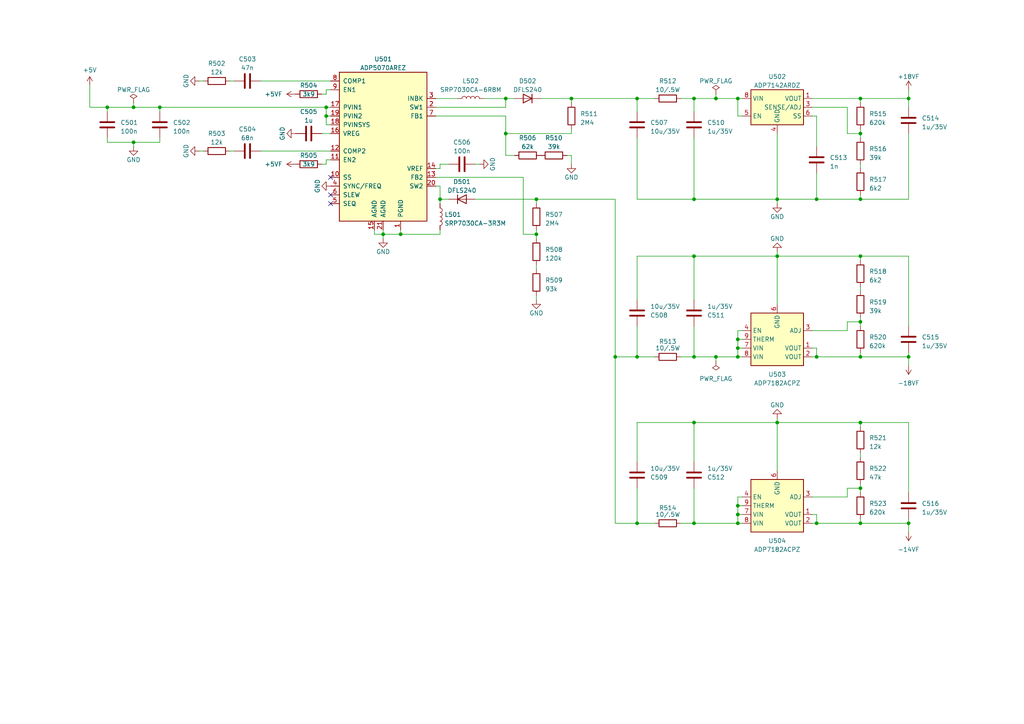
<source format=kicad_sch>
(kicad_sch (version 20230121) (generator eeschema)
  (paper "A4")
  (lib_symbols
    (symbol "Device:C" (pin_numbers hide) (pin_names (offset 0.254))
      (property "Reference" "C" (at 0.635 2.54 0))
      (property "Value" "C" (at 0.635 -2.54 0))
      (symbol "C_0_1"
        (polyline (pts (xy -2.032 -0.762) (xy 2.032 -0.762)) (stroke (width 0.508)))
        (polyline (pts (xy -2.032 0.762) (xy 2.032 0.762)) (stroke (width 0.508)))
      )
      (symbol "C_1_1"
        (pin passive line (at 0 3.81 270) (length 2.794) (name "~") (number "1"))
        (pin passive line (at 0 -3.81 90) (length 2.794) (name "~") (number "2"))
      )
    )
    (symbol "Device:D" (pin_numbers hide) (pin_names (offset 1.016) hide)
      (property "Reference" "D" (at 0 2.54 0))
      (property "Value" "D" (at 0 -2.54 0))
      (symbol "D_0_1"
        (polyline (pts (xy -1.27 1.27) (xy -1.27 -1.27)) (stroke (width 0.254)))
        (polyline (pts (xy 1.27 0) (xy -1.27 0)))
        (polyline (pts (xy 1.27 1.27) (xy 1.27 -1.27) (xy -1.27 0) (xy 1.27 1.27)) (stroke (width 0.254)))
      )
      (symbol "D_1_1"
        (pin passive line (at -3.81 0 0) (length 2.54) (name "K") (number "1"))
        (pin passive line (at 3.81 0 180) (length 2.54) (name "A") (number "2"))
      )
    )
    (symbol "Device:L" (pin_numbers hide) (pin_names (offset 1.016) hide)
      (property "Reference" "L" (at -1.27 0 90))
      (property "Value" "L" (at 1.905 0 90))
      (symbol "L_0_1"
        (arc (start 0 -2.54) (mid 0.6323 -1.905) (end 0 -1.27))
        (arc (start 0 -1.27) (mid 0.6323 -0.635) (end 0 0))
        (arc (start 0 0) (mid 0.6323 0.635) (end 0 1.27))
        (arc (start 0 1.27) (mid 0.6323 1.905) (end 0 2.54))
      )
      (symbol "L_1_1"
        (pin passive line (at 0 3.81 270) (length 1.27) (name "1") (number "1"))
        (pin passive line (at 0 -3.81 90) (length 1.27) (name "2") (number "2"))
      )
    )
    (symbol "Device:R" (pin_numbers hide) (pin_names (offset 0))
      (property "Reference" "R" (at 2.032 0 90))
      (property "Value" "R" (at 0 0 90))
      (symbol "R_0_1"
        (rectangle (start -1.016 -2.54) (end 1.016 2.54) (stroke (width 0.254)))
      )
      (symbol "R_1_1"
        (pin passive line (at 0 3.81 270) (length 1.27) (name "~") (number "1"))
        (pin passive line (at 0 -3.81 90) (length 1.27) (name "~") (number "2"))
      )
    )
    (symbol "ETH1CDMM2:+18VF" (power) (pin_names (offset 0))
      (property "Value" "+18VF" (at 0 3.556 0))
      (symbol "+18VF_0_1"
        (polyline (pts (xy -0.762 1.27) (xy 0 2.54)))
        (polyline (pts (xy 0 0) (xy 0 2.54)))
        (polyline (pts (xy 0 2.54) (xy 0.762 1.27)))
      )
      (symbol "+18VF_1_1"
        (pin power_in line (at 0 0 90) (length 0) hide (name "+18VF") (number "1"))
      )
    )
    (symbol "ETH1CDMM2:+5VF" (power) (pin_names (offset 0))
      (property "Value" "+5VF" (at 0 3.556 0))
      (symbol "+5VF_0_1"
        (polyline (pts (xy -0.762 1.27) (xy 0 2.54)))
        (polyline (pts (xy 0 0) (xy 0 2.54)))
        (polyline (pts (xy 0 2.54) (xy 0.762 1.27)))
      )
      (symbol "+5VF_1_1"
        (pin power_in line (at 0 0 90) (length 0) hide (name "+5VF") (number "1"))
      )
    )
    (symbol "ETH1CDMM2:-14VF" (power) (pin_names (offset 0))
      (property "Value" "-14VF" (at 0 3.556 0))
      (symbol "-14VF_0_1"
        (polyline (pts (xy -0.762 1.27) (xy 0 2.54)))
        (polyline (pts (xy 0 0) (xy 0 2.54)))
        (polyline (pts (xy 0 2.54) (xy 0.762 1.27)))
      )
      (symbol "-14VF_1_1"
        (pin power_in line (at 0 0 90) (length 0) hide (name "-14VF") (number "1"))
      )
    )
    (symbol "ETH1CDMM2:-18VF" (power) (pin_names (offset 0))
      (property "Value" "-18VF" (at 0 3.556 0))
      (symbol "-18VF_0_1"
        (polyline (pts (xy -0.762 1.27) (xy 0 2.54)))
        (polyline (pts (xy 0 0) (xy 0 2.54)))
        (polyline (pts (xy 0 2.54) (xy 0.762 1.27)))
      )
      (symbol "-18VF_1_1"
        (pin power_in line (at 0 0 90) (length 0) hide (name "-18VF") (number "1"))
      )
    )
    (symbol "ETH1CDMM2:ADP7182ACPZ"
      (property "Reference" "U" (at 0 -8.89 0))
      (property "Value" "ADP7182ACPZ" (at 0 -11.43 0))
      (symbol "ADP7182ACPZ_0_1"
        (rectangle (start -7.62 7.62) (end 7.62 -7.62) (stroke (width 0.254)) (fill (type background)))
      )
      (symbol "ADP7182ACPZ_1_1"
        (pin passive line (at 10.16 -2.54 180) (length 2.54) (name "VOUT") (number "1"))
        (pin power_out line (at 10.16 -5.08 180) (length 2.54) (name "VOUT") (number "2"))
        (pin input line (at 10.16 2.54 180) (length 2.54) (name "ADJ") (number "3"))
        (pin input line (at -10.16 2.54 0) (length 2.54) (name "EN") (number "4"))
        (pin no_connect line (at 3.81 10.16 270) (length 2.54) hide (name "NC") (number "5"))
        (pin power_in line (at 0 10.16 270) (length 2.54) (name "GND") (number "6"))
        (pin power_in line (at -10.16 -2.54 0) (length 2.54) (name "VIN") (number "7"))
        (pin power_in line (at -10.16 -5.08 0) (length 2.54) (name "VIN") (number "8"))
        (pin power_in line (at -10.16 0 0) (length 2.54) (name "THERM") (number "9"))
        (pin power_in line (at -10.16 -5.08 0) (length 2.54) hide (name "THRM") (number "9"))
      )
    )
    (symbol "Regulator_Linear:ADP7142ARDZ"
      (property "Reference" "U" (at 0 8.89 0))
      (property "Value" "ADP7142ARDZ" (at 0 6.35 0))
      (symbol "ADP7142ARDZ_0_1"
        (rectangle (start -7.62 5.08) (end 7.62 -5.08) (stroke (width 0.254)) (fill (type background)))
      )
      (symbol "ADP7142ARDZ_1_1"
        (pin power_out line (at 10.16 2.54 180) (length 2.54) (name "VOUT") (number "1"))
        (pin passive line (at 10.16 2.54 180) (length 2.54) hide (name "VOUT") (number "2"))
        (pin input line (at 10.16 0 180) (length 2.54) (name "SENSE/ADJ") (number "3"))
        (pin power_in line (at 0 -7.62 90) (length 2.54) (name "GND") (number "4"))
        (pin input line (at -10.16 -2.54 0) (length 2.54) (name "EN") (number "5"))
        (pin passive line (at 10.16 -2.54 180) (length 2.54) (name "SS") (number "6"))
        (pin passive line (at -10.16 2.54 0) (length 2.54) hide (name "VIN") (number "7"))
        (pin power_in line (at -10.16 2.54 0) (length 2.54) (name "VIN") (number "8"))
        (pin passive line (at 0 -7.62 90) (length 2.54) hide (name "GND") (number "9"))
      )
    )
    (symbol "Regulator_Switching:ADP5070AREZ" (pin_names (offset 1.016))
      (property "Reference" "U" (at -12.7 24.13 0))
      (property "Value" "ADP5070AREZ" (at 12.7 24.13 0))
      (symbol "ADP5070AREZ_0_1"
        (rectangle (start -12.7 22.86) (end 12.7 -20.32) (stroke (width 0.254)) (fill (type background)))
      )
      (symbol "ADP5070AREZ_1_1"
        (pin power_in line (at 5.08 -22.86 90) (length 2.54) (name "PGND") (number "1"))
        (pin passive line (at -15.24 -7.62 0) (length 2.54) (name "SS") (number "10"))
        (pin input line (at -15.24 -2.54 0) (length 2.54) (name "EN2") (number "11"))
        (pin passive line (at -15.24 0 0) (length 2.54) (name "COMP2") (number "12"))
        (pin input line (at 15.24 -7.62 180) (length 2.54) (name "FB2") (number "13"))
        (pin output line (at 15.24 -5.08 180) (length 2.54) (name "VREF") (number "14"))
        (pin power_in line (at -2.54 -22.86 90) (length 2.54) (name "AGND") (number "15"))
        (pin output line (at -15.24 5.08 0) (length 2.54) (name "VREG") (number "16"))
        (pin power_in line (at -15.24 12.7 0) (length 2.54) (name "PVIN1") (number "17"))
        (pin power_in line (at -15.24 7.62 0) (length 2.54) (name "PVINSYS") (number "18"))
        (pin power_in line (at -15.24 10.16 0) (length 2.54) (name "PVIN2") (number "19"))
        (pin power_out line (at 15.24 12.7 180) (length 2.54) (name "SW1") (number "2"))
        (pin power_out line (at 15.24 -10.16 180) (length 2.54) (name "SW2") (number "20"))
        (pin power_in line (at 0 -22.86 90) (length 2.54) (name "AGND") (number "21"))
        (pin power_out line (at 15.24 15.24 180) (length 2.54) (name "INBK") (number "3"))
        (pin input line (at -15.24 -10.16 0) (length 2.54) (name "SYNC/FREQ") (number "4"))
        (pin input line (at -15.24 -15.24 0) (length 2.54) (name "SEQ") (number "5"))
        (pin input line (at -15.24 -12.7 0) (length 2.54) (name "SLEW") (number "6"))
        (pin input line (at 15.24 10.16 180) (length 2.54) (name "FB1") (number "7"))
        (pin passive line (at -15.24 20.32 0) (length 2.54) (name "COMP1") (number "8"))
        (pin input line (at -15.24 17.78 0) (length 2.54) (name "EN1") (number "9"))
      )
    )
    (symbol "power:+5V" (power) (pin_names (offset 0))
      (property "Value" "+5V" (at 0 3.556 0))
      (symbol "+5V_0_1"
        (polyline (pts (xy -0.762 1.27) (xy 0 2.54)))
        (polyline (pts (xy 0 0) (xy 0 2.54)))
        (polyline (pts (xy 0 2.54) (xy 0.762 1.27)))
      )
      (symbol "+5V_1_1"
        (pin power_in line (at 0 0 90) (length 0) hide (name "+5V") (number "1"))
      )
    )
    (symbol "power:GND" (power) (pin_names (offset 0))
      (property "Value" "GND" (at 0 -3.81 0))
      (symbol "GND_0_1"
        (polyline (pts (xy 0 0) (xy 0 -1.27) (xy 1.27 -1.27) (xy 0 -2.54) (xy -1.27 -1.27) (xy 0 -1.27)))
      )
      (symbol "GND_1_1"
        (pin power_in line (at 0 0 270) (length 0) hide (name "GND") (number "1"))
      )
    )
    (symbol "power:PWR_FLAG" (power) (pin_numbers hide) (pin_names (offset 0) hide)
      (property "Value" "PWR_FLAG" (at 0 3.81 0))
      (symbol "PWR_FLAG_0_0"
        (pin power_out line (at 0 0 90) (length 0) (name "pwr") (number "1"))
      )
      (symbol "PWR_FLAG_0_1"
        (polyline (pts (xy 0 0) (xy 0 1.27) (xy -1.016 1.905) (xy 0 2.54) (xy 1.016 1.905) (xy 0 1.27)))
      )
    )
  )
  (junction (at 213.995 149.225))
  (junction (at 207.645 103.505))
  (junction (at 184.785 28.575))
  (junction (at 127.635 57.785))
  (junction (at 116.205 67.945))
  (junction (at 263.525 151.765))
  (junction (at 46.355 31.115))
  (junction (at 249.555 122.555))
  (junction (at 225.425 57.785))
  (junction (at 201.295 74.295))
  (junction (at 249.555 103.505))
  (junction (at 249.555 141.605))
  (junction (at 178.435 103.505))
  (junction (at 225.425 74.295))
  (junction (at 165.735 28.575))
  (junction (at 146.685 28.575))
  (junction (at 146.685 38.735))
  (junction (at 155.575 57.785))
  (junction (at 94.615 33.655))
  (junction (at 155.575 67.945))
  (junction (at 201.295 103.505))
  (junction (at 263.525 103.505))
  (junction (at 213.995 100.965))
  (junction (at 38.735 41.275))
  (junction (at 249.555 151.765))
  (junction (at 249.555 28.575))
  (junction (at 31.115 31.115))
  (junction (at 236.855 57.785))
  (junction (at 184.785 103.505))
  (junction (at 213.995 103.505))
  (junction (at 225.425 122.555))
  (junction (at 213.995 28.575))
  (junction (at 111.125 67.945))
  (junction (at 213.995 151.765))
  (junction (at 201.295 151.765))
  (junction (at 201.295 57.785))
  (junction (at 236.855 103.505))
  (junction (at 213.995 98.425))
  (junction (at 38.735 31.115))
  (junction (at 94.615 31.115))
  (junction (at 213.995 146.685))
  (junction (at 249.555 93.345))
  (junction (at 207.645 28.575))
  (junction (at 201.295 122.555))
  (junction (at 184.785 151.765))
  (junction (at 201.295 28.575))
  (junction (at 249.555 38.735))
  (junction (at 263.525 28.575))
  (junction (at 236.855 151.765))
  (junction (at 249.555 57.785))
  (junction (at 249.555 74.295))
  (no_connect (at 95.885 56.515))
  (no_connect (at 95.885 51.435))
  (no_connect (at 95.885 59.055))
  (wire (pts (xy 235.585 31.115) (xy 245.745 31.115)))
  (wire (pts (xy 184.785 103.505) (xy 184.785 94.615)))
  (wire (pts (xy 249.555 38.735) (xy 249.555 40.005)))
  (wire (pts (xy 235.585 151.765) (xy 236.855 151.765)))
  (wire (pts (xy 263.525 74.295) (xy 249.555 74.295)))
  (wire (pts (xy 95.885 36.195) (xy 94.615 36.195)))
  (wire (pts (xy 263.525 28.575) (xy 263.525 31.115)))
  (wire (pts (xy 127.635 59.055) (xy 127.635 57.785)))
  (wire (pts (xy 201.295 141.605) (xy 201.295 151.765)))
  (wire (pts (xy 197.485 103.505) (xy 201.295 103.505)))
  (wire (pts (xy 225.425 38.735) (xy 225.425 57.785)))
  (wire (pts (xy 201.295 40.005) (xy 201.295 57.785)))
  (wire (pts (xy 108.585 66.675) (xy 108.585 67.945)))
  (wire (pts (xy 155.575 66.675) (xy 155.575 67.945)))
  (wire (pts (xy 93.345 38.735) (xy 95.885 38.735)))
  (wire (pts (xy 249.555 56.515) (xy 249.555 57.785)))
  (wire (pts (xy 178.435 103.505) (xy 178.435 57.785)))
  (wire (pts (xy 75.565 23.495) (xy 95.885 23.495)))
  (wire (pts (xy 184.785 28.575) (xy 184.785 32.385)))
  (wire (pts (xy 197.485 28.575) (xy 201.295 28.575)))
  (wire (pts (xy 236.855 57.785) (xy 249.555 57.785)))
  (wire (pts (xy 236.855 42.545) (xy 236.855 33.655)))
  (wire (pts (xy 108.585 67.945) (xy 111.125 67.945)))
  (wire (pts (xy 126.365 31.115) (xy 146.685 31.115)))
  (wire (pts (xy 95.885 33.655) (xy 94.615 33.655)))
  (wire (pts (xy 249.555 28.575) (xy 263.525 28.575)))
  (wire (pts (xy 213.995 100.965) (xy 215.265 100.965)))
  (wire (pts (xy 178.435 151.765) (xy 178.435 103.505)))
  (wire (pts (xy 151.765 67.945) (xy 155.575 67.945)))
  (wire (pts (xy 164.465 45.085) (xy 165.735 45.085)))
  (wire (pts (xy 249.555 141.605) (xy 249.555 142.875)))
  (wire (pts (xy 146.685 28.575) (xy 146.685 31.115)))
  (wire (pts (xy 201.295 28.575) (xy 207.645 28.575)))
  (wire (pts (xy 249.555 103.505) (xy 263.525 103.505)))
  (wire (pts (xy 189.865 151.765) (xy 184.785 151.765)))
  (wire (pts (xy 245.745 31.115) (xy 245.745 38.735)))
  (wire (pts (xy 263.525 151.765) (xy 263.525 150.495)))
  (wire (pts (xy 155.575 76.835) (xy 155.575 78.105)))
  (wire (pts (xy 165.735 29.845) (xy 165.735 28.575)))
  (wire (pts (xy 116.205 67.945) (xy 127.635 67.945)))
  (wire (pts (xy 263.525 26.035) (xy 263.525 28.575)))
  (wire (pts (xy 94.615 36.195) (xy 94.615 33.655)))
  (wire (pts (xy 189.865 103.505) (xy 184.785 103.505)))
  (wire (pts (xy 93.345 47.625) (xy 94.615 47.625)))
  (wire (pts (xy 263.525 151.765) (xy 263.525 154.305)))
  (wire (pts (xy 249.555 75.565) (xy 249.555 74.295)))
  (wire (pts (xy 201.295 103.505) (xy 207.645 103.505)))
  (wire (pts (xy 249.555 57.785) (xy 263.525 57.785)))
  (wire (pts (xy 46.355 40.005) (xy 46.355 41.275)))
  (wire (pts (xy 201.295 94.615) (xy 201.295 103.505)))
  (wire (pts (xy 249.555 93.345) (xy 249.555 94.615)))
  (wire (pts (xy 57.785 23.495) (xy 59.055 23.495)))
  (wire (pts (xy 201.295 133.985) (xy 201.295 122.555)))
  (wire (pts (xy 249.555 83.185) (xy 249.555 84.455)))
  (wire (pts (xy 140.335 28.575) (xy 146.685 28.575)))
  (wire (pts (xy 111.125 66.675) (xy 111.125 67.945)))
  (wire (pts (xy 213.995 98.425) (xy 215.265 98.425)))
  (wire (pts (xy 225.425 57.785) (xy 236.855 57.785)))
  (wire (pts (xy 155.575 57.785) (xy 155.575 59.055)))
  (wire (pts (xy 249.555 29.845) (xy 249.555 28.575)))
  (wire (pts (xy 46.355 31.115) (xy 94.615 31.115)))
  (wire (pts (xy 201.295 151.765) (xy 213.995 151.765)))
  (wire (pts (xy 235.585 100.965) (xy 236.855 100.965)))
  (wire (pts (xy 146.685 33.655) (xy 146.685 38.735)))
  (wire (pts (xy 245.745 141.605) (xy 249.555 141.605)))
  (wire (pts (xy 213.995 146.685) (xy 215.265 146.685)))
  (wire (pts (xy 213.995 149.225) (xy 215.265 149.225)))
  (wire (pts (xy 236.855 151.765) (xy 236.855 149.225)))
  (wire (pts (xy 249.555 140.335) (xy 249.555 141.605)))
  (wire (pts (xy 146.685 28.575) (xy 149.225 28.575)))
  (wire (pts (xy 213.995 95.885) (xy 215.265 95.885)))
  (wire (pts (xy 38.735 41.275) (xy 46.355 41.275)))
  (wire (pts (xy 31.115 31.115) (xy 38.735 31.115)))
  (wire (pts (xy 184.785 151.765) (xy 178.435 151.765)))
  (wire (pts (xy 146.685 45.085) (xy 146.685 38.735)))
  (wire (pts (xy 207.645 28.575) (xy 213.995 28.575)))
  (wire (pts (xy 213.995 33.655) (xy 213.995 28.575)))
  (wire (pts (xy 213.995 149.225) (xy 213.995 146.685)))
  (wire (pts (xy 94.615 27.305) (xy 94.615 26.035)))
  (wire (pts (xy 225.425 74.295) (xy 249.555 74.295)))
  (wire (pts (xy 213.995 151.765) (xy 213.995 149.225)))
  (wire (pts (xy 155.575 85.725) (xy 155.575 86.995)))
  (wire (pts (xy 127.635 67.945) (xy 127.635 66.675)))
  (wire (pts (xy 116.205 67.945) (xy 116.205 66.675)))
  (wire (pts (xy 249.555 47.625) (xy 249.555 48.895)))
  (wire (pts (xy 249.555 131.445) (xy 249.555 132.715)))
  (wire (pts (xy 137.795 57.785) (xy 155.575 57.785)))
  (wire (pts (xy 26.035 31.115) (xy 31.115 31.115)))
  (wire (pts (xy 111.125 67.945) (xy 111.125 69.215)))
  (wire (pts (xy 197.485 151.765) (xy 201.295 151.765)))
  (wire (pts (xy 66.675 43.815) (xy 67.945 43.815)))
  (wire (pts (xy 236.855 151.765) (xy 249.555 151.765)))
  (wire (pts (xy 245.745 144.145) (xy 245.745 141.605)))
  (wire (pts (xy 184.785 74.295) (xy 201.295 74.295)))
  (wire (pts (xy 189.865 28.575) (xy 184.785 28.575)))
  (wire (pts (xy 235.585 28.575) (xy 249.555 28.575)))
  (wire (pts (xy 38.735 31.115) (xy 46.355 31.115)))
  (wire (pts (xy 213.995 28.575) (xy 215.265 28.575)))
  (wire (pts (xy 31.115 41.275) (xy 38.735 41.275)))
  (wire (pts (xy 235.585 95.885) (xy 245.745 95.885)))
  (wire (pts (xy 155.575 67.945) (xy 155.575 69.215)))
  (wire (pts (xy 127.635 53.975) (xy 126.365 53.975)))
  (wire (pts (xy 46.355 31.115) (xy 46.355 32.385)))
  (wire (pts (xy 178.435 57.785) (xy 155.575 57.785)))
  (wire (pts (xy 127.635 48.895) (xy 127.635 47.625)))
  (wire (pts (xy 184.785 57.785) (xy 184.785 40.005)))
  (wire (pts (xy 249.555 151.765) (xy 263.525 151.765)))
  (wire (pts (xy 235.585 103.505) (xy 236.855 103.505)))
  (wire (pts (xy 126.365 28.575) (xy 132.715 28.575)))
  (wire (pts (xy 213.995 100.965) (xy 213.995 98.425)))
  (wire (pts (xy 215.265 151.765) (xy 213.995 151.765)))
  (wire (pts (xy 126.365 51.435) (xy 151.765 51.435)))
  (wire (pts (xy 94.615 31.115) (xy 95.885 31.115)))
  (wire (pts (xy 126.365 33.655) (xy 146.685 33.655)))
  (wire (pts (xy 245.745 38.735) (xy 249.555 38.735)))
  (wire (pts (xy 225.425 121.285) (xy 225.425 122.555)))
  (wire (pts (xy 215.265 33.655) (xy 213.995 33.655)))
  (wire (pts (xy 178.435 103.505) (xy 184.785 103.505)))
  (wire (pts (xy 93.345 27.305) (xy 94.615 27.305)))
  (wire (pts (xy 249.555 38.735) (xy 249.555 37.465)))
  (wire (pts (xy 213.995 98.425) (xy 213.995 95.885)))
  (wire (pts (xy 26.035 31.115) (xy 26.035 24.765)))
  (wire (pts (xy 235.585 144.145) (xy 245.745 144.145)))
  (wire (pts (xy 75.565 43.815) (xy 95.885 43.815)))
  (wire (pts (xy 127.635 57.785) (xy 127.635 53.975)))
  (wire (pts (xy 245.745 93.345) (xy 249.555 93.345)))
  (wire (pts (xy 207.645 103.505) (xy 207.645 104.775)))
  (wire (pts (xy 137.795 47.625) (xy 139.065 47.625)))
  (wire (pts (xy 127.635 57.785) (xy 130.175 57.785)))
  (wire (pts (xy 249.555 103.505) (xy 249.555 102.235)))
  (wire (pts (xy 31.115 31.115) (xy 31.115 32.385)))
  (wire (pts (xy 38.735 29.845) (xy 38.735 31.115)))
  (wire (pts (xy 263.525 57.785) (xy 263.525 38.735)))
  (wire (pts (xy 263.525 94.615) (xy 263.525 74.295)))
  (wire (pts (xy 126.365 48.895) (xy 127.635 48.895)))
  (wire (pts (xy 213.995 103.505) (xy 213.995 100.965)))
  (wire (pts (xy 165.735 28.575) (xy 184.785 28.575)))
  (wire (pts (xy 149.225 45.085) (xy 146.685 45.085)))
  (wire (pts (xy 225.425 73.025) (xy 225.425 74.295)))
  (wire (pts (xy 184.785 122.555) (xy 184.785 133.985)))
  (wire (pts (xy 213.995 146.685) (xy 213.995 144.145)))
  (wire (pts (xy 249.555 123.825) (xy 249.555 122.555)))
  (wire (pts (xy 156.845 28.575) (xy 165.735 28.575)))
  (wire (pts (xy 201.295 86.995) (xy 201.295 74.295)))
  (wire (pts (xy 235.585 149.225) (xy 236.855 149.225)))
  (wire (pts (xy 184.785 122.555) (xy 201.295 122.555)))
  (wire (pts (xy 94.615 26.035) (xy 95.885 26.035)))
  (wire (pts (xy 111.125 67.945) (xy 116.205 67.945)))
  (wire (pts (xy 213.995 144.145) (xy 215.265 144.145)))
  (wire (pts (xy 207.645 27.305) (xy 207.645 28.575)))
  (wire (pts (xy 31.115 40.005) (xy 31.115 41.275)))
  (wire (pts (xy 201.295 57.785) (xy 184.785 57.785)))
  (wire (pts (xy 207.645 103.505) (xy 213.995 103.505)))
  (wire (pts (xy 94.615 47.625) (xy 94.615 46.355)))
  (wire (pts (xy 57.785 43.815) (xy 59.055 43.815)))
  (wire (pts (xy 225.425 57.785) (xy 225.425 59.055)))
  (wire (pts (xy 184.785 151.765) (xy 184.785 141.605)))
  (wire (pts (xy 236.855 103.505) (xy 249.555 103.505)))
  (wire (pts (xy 236.855 33.655) (xy 235.585 33.655)))
  (wire (pts (xy 201.295 32.385) (xy 201.295 28.575)))
  (wire (pts (xy 245.745 95.885) (xy 245.745 93.345)))
  (wire (pts (xy 201.295 122.555) (xy 225.425 122.555)))
  (wire (pts (xy 38.735 41.275) (xy 38.735 42.545)))
  (wire (pts (xy 263.525 142.875) (xy 263.525 122.555)))
  (wire (pts (xy 249.555 151.765) (xy 249.555 150.495)))
  (wire (pts (xy 66.675 23.495) (xy 67.945 23.495)))
  (wire (pts (xy 263.525 122.555) (xy 249.555 122.555)))
  (wire (pts (xy 263.525 103.505) (xy 263.525 106.045)))
  (wire (pts (xy 184.785 74.295) (xy 184.785 86.995)))
  (wire (pts (xy 249.555 92.075) (xy 249.555 93.345)))
  (wire (pts (xy 215.265 103.505) (xy 213.995 103.505)))
  (wire (pts (xy 94.615 46.355) (xy 95.885 46.355)))
  (wire (pts (xy 165.735 37.465) (xy 165.735 38.735)))
  (wire (pts (xy 201.295 57.785) (xy 225.425 57.785)))
  (wire (pts (xy 165.735 45.085) (xy 165.735 47.625)))
  (wire (pts (xy 201.295 74.295) (xy 225.425 74.295)))
  (wire (pts (xy 263.525 103.505) (xy 263.525 102.235)))
  (wire (pts (xy 127.635 47.625) (xy 130.175 47.625)))
  (wire (pts (xy 225.425 74.295) (xy 225.425 88.265)))
  (wire (pts (xy 225.425 122.555) (xy 225.425 136.525)))
  (wire (pts (xy 146.685 38.735) (xy 165.735 38.735)))
  (wire (pts (xy 94.615 33.655) (xy 94.615 31.115)))
  (wire (pts (xy 236.855 103.505) (xy 236.855 100.965)))
  (wire (pts (xy 151.765 51.435) (xy 151.765 67.945)))
  (wire (pts (xy 236.855 50.165) (xy 236.855 57.785)))
  (wire (pts (xy 225.425 122.555) (xy 249.555 122.555)))
  (symbol (lib_id "Device:C") (at 71.755 23.495 90) (unit 1)
    (property "Reference" "C503" (at 71.755 17.145 90))
    (property "Value" "47n" (at 71.755 19.685 90))
    (property "Footprint" "Capacitor_SMD:C_0603_1608Metric_Pad1.08x0.95mm_HandSolder" (effects hide))
    (instances (project "ETH1CREF1C" (path "" (reference "C503") (unit 1))) (project "ETH1CDMM2" (path "" (reference "C1106") (unit 1))))
  )
  (symbol (lib_id "Device:R") (at 155.575 73.025 0) (unit 1)
    (property "Reference" "R508" (at 158.115 72.39 0) (effects (justify left)))
    (property "Value" "120k" (at 158.115 74.93 0) (effects (justify left)))
    (property "Footprint" "Resistor_SMD:R_0603_1608Metric_Pad0.98x0.95mm_HandSolder" (effects hide))
    (instances (project "ETH1CREF1C" (path "" (reference "R508") (unit 1))) (project "ETH1CDMM2" (path "" (reference "R1115") (unit 1))))
  )
  (symbol (lib_id "Device:L") (at 136.525 28.575 90) (unit 1)
    (property "Reference" "L502" (at 136.525 23.495 90))
    (property "Value" "SRP7030CA-6R8M" (at 136.525 26.035 90))
    (property "Footprint" "ETH1CDMM2:SRP7030CA" (effects hide))
    (instances (project "ETH1CREF1C" (path "" (reference "L502") (unit 1))) (project "ETH1CDMM2" (path "" (reference "L1102") (unit 1))))
  )
  (symbol (lib_id "Device:C") (at 71.755 43.815 90) (unit 1)
    (property "Reference" "C504" (at 71.755 37.465 90))
    (property "Value" "68n" (at 71.755 40.005 90))
    (property "Footprint" "Capacitor_SMD:C_0603_1608Metric_Pad1.08x0.95mm_HandSolder" (effects hide))
    (instances (project "ETH1CREF1C" (path "" (reference "C504") (unit 1))) (project "ETH1CDMM2" (path "" (reference "C1107") (unit 1))))
  )
  (symbol (lib_id "Device:C") (at 201.295 137.795 0) (mirror x) (unit 1)
    (property "Reference" "C512" (at 205.105 138.43 0) (effects (justify left)))
    (property "Value" "1u/35V" (at 205.105 135.89 0) (effects (justify left)))
    (property "Footprint" "Capacitor_SMD:C_0805_2012Metric_Pad1.18x1.45mm_HandSolder" (effects hide))
    (instances (project "ETH1CREF1C" (path "" (reference "C512") (unit 1))) (project "ETH1CDMM2" (path "" (reference "C1129") (unit 1))))
  )
  (symbol (lib_id "Regulator_Linear:ADP7142ARDZ") (at 225.425 31.115 0) (unit 1)
    (property "Reference" "U502" (at 225.425 22.225 0))
    (property "Value" "ADP7142ARDZ" (at 225.425 24.765 0))
    (property "Footprint" "Package_SO:SOIC-8-1EP_3.9x4.9mm_P1.27mm_EP2.29x3mm" (effects hide))
    (property "Datasheet" "https://www.analog.com/media/en/technical-documentation/data-sheets/ADP7142.pdf" (effects hide))
    (instances (project "ETH1CREF1C" (path "" (reference "U502") (unit 1))) (project "ETH1CDMM2" (path "" (reference "U1105") (unit 1))))
  )
  (symbol (lib_id "ETH1CDMM2:ADP7182ACPZ") (at 225.425 98.425 0) (unit 1)
    (property "Reference" "U503" (at 225.425 108.585 0))
    (property "Value" "ADP7182ACPZ" (at 225.425 111.125 0))
    (property "Footprint" "Package_DFN_QFN:DFN-8-1EP_3x3mm_P0.5mm_EP1.65x2.38mm_ThermalVias" (effects hide))
    (instances (project "ETH1CREF1C" (path "" (reference "U503") (unit 1))) (project "ETH1CDMM2" (path "" (reference "U1106") (unit 1))))
  )
  (symbol (lib_id "power:PWR_FLAG") (at 38.735 29.845 0) (unit 1)
    (property "Reference" "#FLG0501" (effects hide))
    (property "Value" "PWR_FLAG" (at 38.735 26.035 0))
    (instances (project "ETH1CREF1C" (path "" (reference "#FLG0501") (unit 1))) (project "ETH1CDMM2" (path "" (reference "#FLG01104") (unit 1))))
  )
  (symbol (lib_id "power:GND") (at 165.735 47.625 0) (unit 1)
    (property "Reference" "#PWR0512" (effects hide))
    (property "Value" "GND" (at 165.735 51.435 0))
    (instances (project "ETH1CREF1C" (path "" (reference "#PWR0512") (unit 1))) (project "ETH1CDMM2" (path "" (reference "#PWR01131") (unit 1))))
  )
  (symbol (lib_id "Device:C") (at 46.355 36.195 0) (unit 1)
    (property "Reference" "C502" (at 50.165 35.56 0) (effects (justify left)))
    (property "Value" "100n" (at 50.165 38.1 0) (effects (justify left)))
    (property "Footprint" "Capacitor_SMD:C_0603_1608Metric_Pad1.08x0.95mm_HandSolder" (effects hide))
    (instances (project "ETH1CREF1C" (path "" (reference "C502") (unit 1))) (project "ETH1CDMM2" (path "" (reference "C1104") (unit 1))))
  )
  (symbol (lib_id "Device:C") (at 201.295 36.195 0) (unit 1)
    (property "Reference" "C510" (at 205.105 35.56 0) (effects (justify left)))
    (property "Value" "1u/35V" (at 205.105 38.1 0) (effects (justify left)))
    (property "Footprint" "Capacitor_SMD:C_0805_2012Metric_Pad1.18x1.45mm_HandSolder" (effects hide))
    (instances (project "ETH1CREF1C" (path "" (reference "C510") (unit 1))) (project "ETH1CDMM2" (path "" (reference "C1127") (unit 1))))
  )
  (symbol (lib_id "Device:R") (at 89.535 27.305 90) (unit 1)
    (property "Reference" "R504" (at 89.535 24.765 90))
    (property "Value" "3k9" (at 89.535 27.305 90))
    (property "Footprint" "Resistor_SMD:R_0603_1608Metric_Pad0.98x0.95mm_HandSolder" (effects hide))
    (instances (project "ETH1CREF1C" (path "" (reference "R504") (unit 1))) (project "ETH1CDMM2" (path "" (reference "R1106") (unit 1))))
  )
  (symbol (lib_id "Device:R") (at 193.675 103.505 90) (mirror x) (unit 1)
    (property "Reference" "R513" (at 193.675 99.06 90))
    (property "Value" "10/.5W" (at 193.675 100.965 90))
    (property "Footprint" "Resistor_SMD:R_0805_2012Metric_Pad1.20x1.40mm_HandSolder" (effects hide))
    (instances (project "ETH1CREF1C" (path "" (reference "R513") (unit 1))) (project "ETH1CDMM2" (path "" (reference "R1121") (unit 1))))
  )
  (symbol (lib_id "Device:R") (at 193.675 151.765 90) (mirror x) (unit 1)
    (property "Reference" "R514" (at 193.675 147.32 90))
    (property "Value" "10/.5W" (at 193.675 149.225 90))
    (property "Footprint" "Resistor_SMD:R_0805_2012Metric_Pad1.20x1.40mm_HandSolder" (effects hide))
    (instances (project "ETH1CREF1C" (path "" (reference "R514") (unit 1))) (project "ETH1CDMM2" (path "" (reference "R1122") (unit 1))))
  )
  (symbol (lib_id "ETH1CDMM2:ADP7182ACPZ") (at 225.425 146.685 0) (unit 1)
    (property "Reference" "U504" (at 225.425 156.845 0))
    (property "Value" "ADP7182ACPZ" (at 225.425 159.385 0))
    (property "Footprint" "Package_DFN_QFN:DFN-8-1EP_3x3mm_P0.5mm_EP1.65x2.38mm_ThermalVias" (effects hide))
    (instances (project "ETH1CREF1C" (path "" (reference "U504") (unit 1))) (project "ETH1CDMM2" (path "" (reference "U1107") (unit 1))))
  )
  (symbol (lib_id "Device:C") (at 184.785 36.195 0) (unit 1)
    (property "Reference" "C507" (at 188.595 35.56 0) (effects (justify left)))
    (property "Value" "10u/35V" (at 188.595 38.1 0) (effects (justify left)))
    (property "Footprint" "Capacitor_SMD:C_1206_3216Metric_Pad1.33x1.80mm_HandSolder" (effects hide))
    (instances (project "ETH1CREF1C" (path "" (reference "C507") (unit 1))) (project "ETH1CDMM2" (path "" (reference "C1124") (unit 1))))
  )
  (symbol (lib_id "power:GND") (at 139.065 47.625 90) (unit 1)
    (property "Reference" "#PWR0510" (effects hide))
    (property "Value" "GND" (at 142.875 47.625 0))
    (instances (project "ETH1CREF1C" (path "" (reference "#PWR0510") (unit 1))) (project "ETH1CDMM2" (path "" (reference "#PWR01125") (unit 1))))
  )
  (symbol (lib_id "Device:L") (at 127.635 62.865 0) (unit 1)
    (property "Reference" "L501" (at 128.905 62.23 0) (effects (justify left)))
    (property "Value" "SRP7030CA-3R3M" (at 128.905 64.77 0) (effects (justify left)))
    (property "Footprint" "ETH1CDMM2:SRP7030CA" (effects hide))
    (instances (project "ETH1CREF1C" (path "" (reference "L501") (unit 1))) (project "ETH1CDMM2" (path "" (reference "L1101") (unit 1))))
  )
  (symbol (lib_id "power:GND") (at 155.575 86.995 0) (unit 1)
    (property "Reference" "#PWR0511" (effects hide))
    (property "Value" "GND" (at 155.575 90.805 0))
    (instances (project "ETH1CREF1C" (path "" (reference "#PWR0511") (unit 1))) (project "ETH1CDMM2" (path "" (reference "#PWR01126") (unit 1))))
  )
  (symbol (lib_id "Device:R") (at 249.555 127.635 0) (unit 1)
    (property "Reference" "R521" (at 252.095 127 0) (effects (justify left)))
    (property "Value" "12k" (at 252.095 129.54 0) (effects (justify left)))
    (property "Footprint" "Resistor_SMD:R_0603_1608Metric_Pad0.98x0.95mm_HandSolder" (effects hide))
    (instances (project "ETH1CREF1C" (path "" (reference "R521") (unit 1))) (project "ETH1CDMM2" (path "" (reference "R1129") (unit 1))))
  )
  (symbol (lib_id "power:GND") (at 57.785 23.495 270) (unit 1)
    (property "Reference" "#PWR0503" (effects hide))
    (property "Value" "GND" (at 53.975 23.495 0))
    (instances (project "ETH1CREF1C" (path "" (reference "#PWR0503") (unit 1))) (project "ETH1CDMM2" (path "" (reference "#PWR01112") (unit 1))))
  )
  (symbol (lib_id "Device:R") (at 193.675 28.575 90) (unit 1)
    (property "Reference" "R512" (at 193.675 23.495 90))
    (property "Value" "10/.5W" (at 193.675 26.035 90))
    (property "Footprint" "Resistor_SMD:R_0805_2012Metric_Pad1.20x1.40mm_HandSolder" (effects hide))
    (instances (project "ETH1CREF1C" (path "" (reference "R512") (unit 1))) (project "ETH1CDMM2" (path "" (reference "R1120") (unit 1))))
  )
  (symbol (lib_id "Device:C") (at 133.985 47.625 90) (unit 1)
    (property "Reference" "C506" (at 133.985 41.275 90))
    (property "Value" "100n" (at 133.985 43.815 90))
    (property "Footprint" "Capacitor_SMD:C_0603_1608Metric_Pad1.08x0.95mm_HandSolder" (effects hide))
    (instances (project "ETH1CREF1C" (path "" (reference "C506") (unit 1))) (project "ETH1CDMM2" (path "" (reference "C1117") (unit 1))))
  )
  (symbol (lib_id "Device:R") (at 249.555 43.815 0) (unit 1)
    (property "Reference" "R516" (at 252.095 43.18 0) (effects (justify left)))
    (property "Value" "39k" (at 252.095 45.72 0) (effects (justify left)))
    (property "Footprint" "Resistor_SMD:R_0603_1608Metric_Pad0.98x0.95mm_HandSolder" (effects hide))
    (instances (project "ETH1CREF1C" (path "" (reference "R516") (unit 1))) (project "ETH1CDMM2" (path "" (reference "R1124") (unit 1))))
  )
  (symbol (lib_id "Device:D") (at 153.035 28.575 180) (unit 1)
    (property "Reference" "D502" (at 153.035 23.495 0))
    (property "Value" "DFLS240" (at 153.035 26.035 0))
    (property "Footprint" "ETH1CDMM2:PowerDI-123" (effects hide))
    (property "Sim.Device" "D" (effects hide))
    (property "Sim.Pins" "1=K 2=A" (effects hide))
    (instances (project "ETH1CREF1C" (path "" (reference "D502") (unit 1))) (project "ETH1CDMM2" (path "" (reference "D1102") (unit 1))))
  )
  (symbol (lib_id "power:GND") (at 57.785 43.815 270) (unit 1)
    (property "Reference" "#PWR0504" (effects hide))
    (property "Value" "GND" (at 53.975 43.815 0))
    (instances (project "ETH1CREF1C" (path "" (reference "#PWR0504") (unit 1))) (project "ETH1CDMM2" (path "" (reference "#PWR01113") (unit 1))))
  )
  (symbol (lib_id "power:GND") (at 225.425 121.285 180) (unit 1)
    (property "Reference" "#PWR0515" (effects hide))
    (property "Value" "GND" (at 225.425 117.475 0))
    (instances (project "ETH1CREF1C" (path "" (reference "#PWR0515") (unit 1))) (project "ETH1CDMM2" (path "" (reference "#PWR01134") (unit 1))))
  )
  (symbol (lib_id "Device:R") (at 249.555 98.425 0) (unit 1)
    (property "Reference" "R520" (at 252.095 97.79 0) (effects (justify left)))
    (property "Value" "620k" (at 252.095 100.33 0) (effects (justify left)))
    (property "Footprint" "Resistor_SMD:R_0603_1608Metric_Pad0.98x0.95mm_HandSolder" (effects hide))
    (instances (project "ETH1CREF1C" (path "" (reference "R520") (unit 1))) (project "ETH1CDMM2" (path "" (reference "R1128") (unit 1))))
  )
  (symbol (lib_id "Device:C") (at 263.525 34.925 0) (unit 1)
    (property "Reference" "C514" (at 267.335 34.29 0) (effects (justify left)))
    (property "Value" "1u/35V" (at 267.335 36.83 0) (effects (justify left)))
    (property "Footprint" "Capacitor_SMD:C_0805_2012Metric_Pad1.18x1.45mm_HandSolder" (effects hide))
    (instances (project "ETH1CREF1C" (path "" (reference "C514") (unit 1))) (project "ETH1CDMM2" (path "" (reference "C1131") (unit 1))))
  )
  (symbol (lib_id "Device:C") (at 263.525 98.425 0) (unit 1)
    (property "Reference" "C515" (at 267.335 97.79 0) (effects (justify left)))
    (property "Value" "1u/35V" (at 267.335 100.33 0) (effects (justify left)))
    (property "Footprint" "Capacitor_SMD:C_0805_2012Metric_Pad1.18x1.45mm_HandSolder" (effects hide))
    (instances (project "ETH1CREF1C" (path "" (reference "C515") (unit 1))) (project "ETH1CDMM2" (path "" (reference "C1132") (unit 1))))
  )
  (symbol (lib_id "ETH1CDMM2:+5VF") (at 85.725 47.625 90) (unit 1)
    (property "Reference" "#PWR0507" (effects hide))
    (property "Value" "+5VF" (at 81.915 47.625 90) (effects (justify left)))
    (instances (project "ETH1CREF1C" (path "" (reference "#PWR0507") (unit 1))) (project "ETH1CDMM2" (path "" (reference "#PWR01120") (unit 1))))
  )
  (symbol (lib_id "Device:R") (at 155.575 81.915 0) (unit 1)
    (property "Reference" "R509" (at 158.115 81.28 0) (effects (justify left)))
    (property "Value" "93k" (at 158.115 83.82 0) (effects (justify left)))
    (property "Footprint" "Resistor_SMD:R_0603_1608Metric_Pad0.98x0.95mm_HandSolder" (effects hide))
    (instances (project "ETH1CREF1C" (path "" (reference "R509") (unit 1))) (project "ETH1CDMM2" (path "" (reference "R1116") (unit 1))))
  )
  (symbol (lib_id "ETH1CDMM2:-14VF") (at 263.525 154.305 180) (unit 1)
    (property "Reference" "#PWR0518" (effects hide))
    (property "Value" "-14VF" (at 263.525 159.385 0))
    (instances (project "ETH1CREF1C" (path "" (reference "#PWR0518") (unit 1))) (project "ETH1CDMM2" (path "" (reference "#PWR01137") (unit 1))))
  )
  (symbol (lib_id "Device:R") (at 249.555 136.525 0) (unit 1)
    (property "Reference" "R522" (at 252.095 135.89 0) (effects (justify left)))
    (property "Value" "47k" (at 252.095 138.43 0) (effects (justify left)))
    (property "Footprint" "Resistor_SMD:R_0603_1608Metric_Pad0.98x0.95mm_HandSolder" (effects hide))
    (instances (project "ETH1CREF1C" (path "" (reference "R522") (unit 1))) (project "ETH1CDMM2" (path "" (reference "R1130") (unit 1))))
  )
  (symbol (lib_id "Device:C") (at 184.785 137.795 0) (mirror x) (unit 1)
    (property "Reference" "C509" (at 188.595 138.43 0) (effects (justify left)))
    (property "Value" "10u/35V" (at 188.595 135.89 0) (effects (justify left)))
    (property "Footprint" "Capacitor_SMD:C_1206_3216Metric_Pad1.33x1.80mm_HandSolder" (effects hide))
    (instances (project "ETH1CREF1C" (path "" (reference "C509") (unit 1))) (project "ETH1CDMM2" (path "" (reference "C1126") (unit 1))))
  )
  (symbol (lib_id "power:GND") (at 38.735 42.545 0) (unit 1)
    (property "Reference" "#PWR0502" (effects hide))
    (property "Value" "GND" (at 38.735 46.355 0))
    (instances (project "ETH1CREF1C" (path "" (reference "#PWR0502") (unit 1))) (project "ETH1CDMM2" (path "" (reference "#PWR01108") (unit 1))))
  )
  (symbol (lib_id "Device:C") (at 31.115 36.195 0) (unit 1)
    (property "Reference" "C501" (at 34.925 35.56 0) (effects (justify left)))
    (property "Value" "100n" (at 34.925 38.1 0) (effects (justify left)))
    (property "Footprint" "Capacitor_SMD:C_0603_1608Metric_Pad1.08x0.95mm_HandSolder" (effects hide))
    (instances (project "ETH1CREF1C" (path "" (reference "C501") (unit 1))) (project "ETH1CDMM2" (path "" (reference "C1103") (unit 1))))
  )
  (symbol (lib_id "Device:D") (at 133.985 57.785 0) (unit 1)
    (property "Reference" "D501" (at 133.985 52.705 0))
    (property "Value" "DFLS240" (at 133.985 55.245 0))
    (property "Footprint" "ETH1CDMM2:PowerDI-123" (effects hide))
    (property "Sim.Device" "D" (effects hide))
    (property "Sim.Pins" "1=K 2=A" (effects hide))
    (instances (project "ETH1CREF1C" (path "" (reference "D501") (unit 1))) (project "ETH1CDMM2" (path "" (reference "D1101") (unit 1))))
  )
  (symbol (lib_id "power:GND") (at 225.425 59.055 0) (unit 1)
    (property "Reference" "#PWR0513" (effects hide))
    (property "Value" "GND" (at 225.425 62.865 0))
    (instances (project "ETH1CREF1C" (path "" (reference "#PWR0513") (unit 1))) (project "ETH1CDMM2" (path "" (reference "#PWR01132") (unit 1))))
  )
  (symbol (lib_id "power:GND") (at 111.125 69.215 0) (unit 1)
    (property "Reference" "#PWR0509" (effects hide))
    (property "Value" "GND" (at 111.125 73.025 0))
    (instances (project "ETH1CREF1C" (path "" (reference "#PWR0509") (unit 1))) (project "ETH1CDMM2" (path "" (reference "#PWR01124") (unit 1))))
  )
  (symbol (lib_id "Regulator_Switching:ADP5070AREZ") (at 111.125 43.815 0) (unit 1)
    (property "Reference" "U501" (at 111.125 17.145 0))
    (property "Value" "ADP5070AREZ" (at 111.125 19.685 0))
    (property "Footprint" "Package_SO:ETSSOP-20-1EP_4.4x6.5mm_P0.65mm_EP3x4.2mm" (effects hide))
    (property "Datasheet" "https://www.analog.com/media/en/technical-documentation/data-sheets/ADP5070.pdf" (effects hide))
    (instances (project "ETH1CREF1C" (path "" (reference "U501") (unit 1))) (project "ETH1CDMM2" (path "" (reference "U1104") (unit 1))))
  )
  (symbol (lib_id "ETH1CDMM2:+18VF") (at 263.525 26.035 0) (unit 1)
    (property "Reference" "#PWR0516" (effects hide))
    (property "Value" "+18VF" (at 263.525 22.225 0))
    (instances (project "ETH1CREF1C" (path "" (reference "#PWR0516") (unit 1))) (project "ETH1CDMM2" (path "" (reference "#PWR01135") (unit 1))))
  )
  (symbol (lib_id "power:GND") (at 225.425 73.025 180) (unit 1)
    (property "Reference" "#PWR0514" (effects hide))
    (property "Value" "GND" (at 225.425 69.215 0))
    (instances (project "ETH1CREF1C" (path "" (reference "#PWR0514") (unit 1))) (project "ETH1CDMM2" (path "" (reference "#PWR01133") (unit 1))))
  )
  (symbol (lib_id "power:PWR_FLAG") (at 207.645 104.775 180) (unit 1)
    (property "Reference" "#FLG0503" (effects hide))
    (property "Value" "PWR_FLAG" (at 207.645 109.855 0))
    (instances (project "ETH1CREF1C" (path "" (reference "#FLG0503") (unit 1))) (project "ETH1CDMM2" (path "" (reference "#FLG01106") (unit 1))))
  )
  (symbol (lib_id "Device:R") (at 249.555 79.375 0) (unit 1)
    (property "Reference" "R518" (at 252.095 78.74 0) (effects (justify left)))
    (property "Value" "6k2" (at 252.095 81.28 0) (effects (justify left)))
    (property "Footprint" "Resistor_SMD:R_0603_1608Metric_Pad0.98x0.95mm_HandSolder" (effects hide))
    (instances (project "ETH1CREF1C" (path "" (reference "R518") (unit 1))) (project "ETH1CDMM2" (path "" (reference "R1126") (unit 1))))
  )
  (symbol (lib_id "Device:R") (at 249.555 146.685 0) (unit 1)
    (property "Reference" "R523" (at 252.095 146.05 0) (effects (justify left)))
    (property "Value" "620k" (at 252.095 148.59 0) (effects (justify left)))
    (property "Footprint" "Resistor_SMD:R_0603_1608Metric_Pad0.98x0.95mm_HandSolder" (effects hide))
    (instances (project "ETH1CREF1C" (path "" (reference "R523") (unit 1))) (project "ETH1CDMM2" (path "" (reference "R1131") (unit 1))))
  )
  (symbol (lib_id "Device:R") (at 62.865 43.815 90) (unit 1)
    (property "Reference" "R503" (at 62.865 38.735 90))
    (property "Value" "12k" (at 62.865 41.275 90))
    (property "Footprint" "Resistor_SMD:R_0603_1608Metric_Pad0.98x0.95mm_HandSolder" (effects hide))
    (instances (project "ETH1CREF1C" (path "" (reference "R503") (unit 1))) (project "ETH1CDMM2" (path "" (reference "R1105") (unit 1))))
  )
  (symbol (lib_id "power:PWR_FLAG") (at 207.645 27.305 0) (unit 1)
    (property "Reference" "#FLG0502" (effects hide))
    (property "Value" "PWR_FLAG" (at 207.645 23.495 0))
    (instances (project "ETH1CREF1C" (path "" (reference "#FLG0502") (unit 1))) (project "ETH1CDMM2" (path "" (reference "#FLG01105") (unit 1))))
  )
  (symbol (lib_id "Device:R") (at 249.555 33.655 0) (unit 1)
    (property "Reference" "R515" (at 252.095 33.02 0) (effects (justify left)))
    (property "Value" "620k" (at 252.095 35.56 0) (effects (justify left)))
    (property "Footprint" "Resistor_SMD:R_0603_1608Metric_Pad0.98x0.95mm_HandSolder" (effects hide))
    (instances (project "ETH1CREF1C" (path "" (reference "R515") (unit 1))) (project "ETH1CDMM2" (path "" (reference "R1123") (unit 1))))
  )
  (symbol (lib_id "power:GND") (at 85.725 38.735 270) (unit 1)
    (property "Reference" "#PWR0506" (effects hide))
    (property "Value" "GND" (at 81.915 38.735 0))
    (instances (project "ETH1CREF1C" (path "" (reference "#PWR0506") (unit 1))) (project "ETH1CDMM2" (path "" (reference "#PWR01119") (unit 1))))
  )
  (symbol (lib_id "Device:C") (at 184.785 90.805 0) (mirror x) (unit 1)
    (property "Reference" "C508" (at 188.595 91.44 0) (effects (justify left)))
    (property "Value" "10u/35V" (at 188.595 88.9 0) (effects (justify left)))
    (property "Footprint" "Capacitor_SMD:C_1206_3216Metric_Pad1.33x1.80mm_HandSolder" (effects hide))
    (instances (project "ETH1CREF1C" (path "" (reference "C508") (unit 1))) (project "ETH1CDMM2" (path "" (reference "C1125") (unit 1))))
  )
  (symbol (lib_id "Device:R") (at 165.735 33.655 0) (unit 1)
    (property "Reference" "R511" (at 168.275 33.02 0) (effects (justify left)))
    (property "Value" "2M4" (at 168.275 35.56 0) (effects (justify left)))
    (property "Footprint" "Resistor_SMD:R_0603_1608Metric_Pad0.98x0.95mm_HandSolder" (effects hide))
    (instances (project "ETH1CREF1C" (path "" (reference "R511") (unit 1))) (project "ETH1CDMM2" (path "" (reference "R1119") (unit 1))))
  )
  (symbol (lib_id "Device:C") (at 201.295 90.805 0) (mirror x) (unit 1)
    (property "Reference" "C511" (at 205.105 91.44 0) (effects (justify left)))
    (property "Value" "1u/35V" (at 205.105 88.9 0) (effects (justify left)))
    (property "Footprint" "Capacitor_SMD:C_0805_2012Metric_Pad1.18x1.45mm_HandSolder" (effects hide))
    (instances (project "ETH1CREF1C" (path "" (reference "C511") (unit 1))) (project "ETH1CDMM2" (path "" (reference "C1128") (unit 1))))
  )
  (symbol (lib_id "Device:R") (at 155.575 62.865 0) (unit 1)
    (property "Reference" "R507" (at 158.115 62.23 0) (effects (justify left)))
    (property "Value" "2M4" (at 158.115 64.77 0) (effects (justify left)))
    (property "Footprint" "Resistor_SMD:R_0603_1608Metric_Pad0.98x0.95mm_HandSolder" (effects hide))
    (instances (project "ETH1CREF1C" (path "" (reference "R507") (unit 1))) (project "ETH1CDMM2" (path "" (reference "R1114") (unit 1))))
  )
  (symbol (lib_id "Device:R") (at 89.535 47.625 90) (unit 1)
    (property "Reference" "R505" (at 89.535 45.085 90))
    (property "Value" "3k9" (at 89.535 47.625 90))
    (property "Footprint" "Resistor_SMD:R_0603_1608Metric_Pad0.98x0.95mm_HandSolder" (effects hide))
    (instances (project "ETH1CREF1C" (path "" (reference "R505") (unit 1))) (project "ETH1CDMM2" (path "" (reference "R1107") (unit 1))))
  )
  (symbol (lib_id "power:+5V") (at 26.035 24.765 0) (unit 1)
    (property "Reference" "#PWR0519" (effects hide))
    (property "Value" "+5V" (at 26.035 20.32 0))
  )
  (symbol (lib_id "Device:R") (at 153.035 45.085 90) (unit 1)
    (property "Reference" "R506" (at 153.035 40.005 90))
    (property "Value" "62k" (at 153.035 42.545 90))
    (property "Footprint" "Resistor_SMD:R_0603_1608Metric_Pad0.98x0.95mm_HandSolder" (effects hide))
    (instances (project "ETH1CREF1C" (path "" (reference "R506") (unit 1))) (project "ETH1CDMM2" (path "" (reference "R1117") (unit 1))))
  )
  (symbol (lib_id "ETH1CDMM2:+5VF") (at 85.725 27.305 90) (unit 1)
    (property "Reference" "#PWR0505" (effects hide))
    (property "Value" "+5VF" (at 81.915 27.305 90) (effects (justify left)))
    (instances (project "ETH1CREF1C" (path "" (reference "#PWR0505") (unit 1))) (project "ETH1CDMM2" (path "" (reference "#PWR01118") (unit 1))))
  )
  (symbol (lib_id "Device:C") (at 236.855 46.355 0) (unit 1)
    (property "Reference" "C513" (at 240.665 45.72 0) (effects (justify left)))
    (property "Value" "1n" (at 240.665 48.26 0) (effects (justify left)))
    (property "Footprint" "Capacitor_SMD:C_0603_1608Metric_Pad1.08x0.95mm_HandSolder" (effects hide))
    (instances (project "ETH1CREF1C" (path "" (reference "C513") (unit 1))) (project "ETH1CDMM2" (path "" (reference "C1130") (unit 1))))
  )
  (symbol (lib_id "Device:R") (at 249.555 52.705 0) (unit 1)
    (property "Reference" "R517" (at 252.095 52.07 0) (effects (justify left)))
    (property "Value" "6k2" (at 252.095 54.61 0) (effects (justify left)))
    (property "Footprint" "Resistor_SMD:R_0603_1608Metric_Pad0.98x0.95mm_HandSolder" (effects hide))
    (instances (project "ETH1CREF1C" (path "" (reference "R517") (unit 1))) (project "ETH1CDMM2" (path "" (reference "R1125") (unit 1))))
  )
  (symbol (lib_id "power:GND") (at 95.885 53.975 270) (unit 1)
    (property "Reference" "#PWR0508" (effects hide))
    (property "Value" "GND" (at 92.075 53.975 0))
    (instances (project "ETH1CREF1C" (path "" (reference "#PWR0508") (unit 1))) (project "ETH1CDMM2" (path "" (reference "#PWR01122") (unit 1))))
  )
  (symbol (lib_id "Device:R") (at 249.555 88.265 0) (unit 1)
    (property "Reference" "R519" (at 252.095 87.63 0) (effects (justify left)))
    (property "Value" "39k" (at 252.095 90.17 0) (effects (justify left)))
    (property "Footprint" "Resistor_SMD:R_0603_1608Metric_Pad0.98x0.95mm_HandSolder" (effects hide))
    (instances (project "ETH1CREF1C" (path "" (reference "R519") (unit 1))) (project "ETH1CDMM2" (path "" (reference "R1127") (unit 1))))
  )
  (symbol (lib_id "ETH1CDMM2:-18VF") (at 263.525 106.045 180) (unit 1)
    (property "Reference" "#PWR0517" (effects hide))
    (property "Value" "-18VF" (at 263.525 111.125 0))
    (instances (project "ETH1CREF1C" (path "" (reference "#PWR0517") (unit 1))) (project "ETH1CDMM2" (path "" (reference "#PWR01136") (unit 1))))
  )
  (symbol (lib_id "Device:R") (at 160.655 45.085 90) (unit 1)
    (property "Reference" "R510" (at 160.655 40.005 90))
    (property "Value" "39k" (at 160.655 42.545 90))
    (property "Footprint" "Resistor_SMD:R_0603_1608Metric_Pad0.98x0.95mm_HandSolder" (effects hide))
    (instances (project "ETH1CREF1C" (path "" (reference "R510") (unit 1))) (project "ETH1CDMM2" (path "" (reference "R1118") (unit 1))))
  )
  (symbol (lib_id "Device:C") (at 263.525 146.685 0) (unit 1)
    (property "Reference" "C516" (at 267.335 146.05 0) (effects (justify left)))
    (property "Value" "1u/35V" (at 267.335 148.59 0) (effects (justify left)))
    (property "Footprint" "Capacitor_SMD:C_0805_2012Metric_Pad1.18x1.45mm_HandSolder" (effects hide))
    (instances (project "ETH1CREF1C" (path "" (reference "C516") (unit 1))) (project "ETH1CDMM2" (path "" (reference "C1133") (unit 1))))
  )
  (symbol (lib_id "Device:C") (at 89.535 38.735 90) (unit 1)
    (property "Reference" "C505" (at 89.535 32.385 90))
    (property "Value" "1u" (at 89.535 34.925 90))
    (property "Footprint" "Capacitor_SMD:C_0603_1608Metric_Pad1.08x0.95mm_HandSolder" (effects hide))
    (instances (project "ETH1CREF1C" (path "" (reference "C505") (unit 1))) (project "ETH1CDMM2" (path "" (reference "C1111") (unit 1))))
  )
  (symbol (lib_id "Device:R") (at 62.865 23.495 90) (unit 1)
    (property "Reference" "R502" (at 62.865 18.415 90))
    (property "Value" "12k" (at 62.865 20.955 90))
    (property "Footprint" "Resistor_SMD:R_0603_1608Metric_Pad0.98x0.95mm_HandSolder" (effects hide))
    (instances (project "ETH1CREF1C" (path "" (reference "R502") (unit 1))) (project "ETH1CDMM2" (path "" (reference "R1104") (unit 1))))
  )
)
</source>
